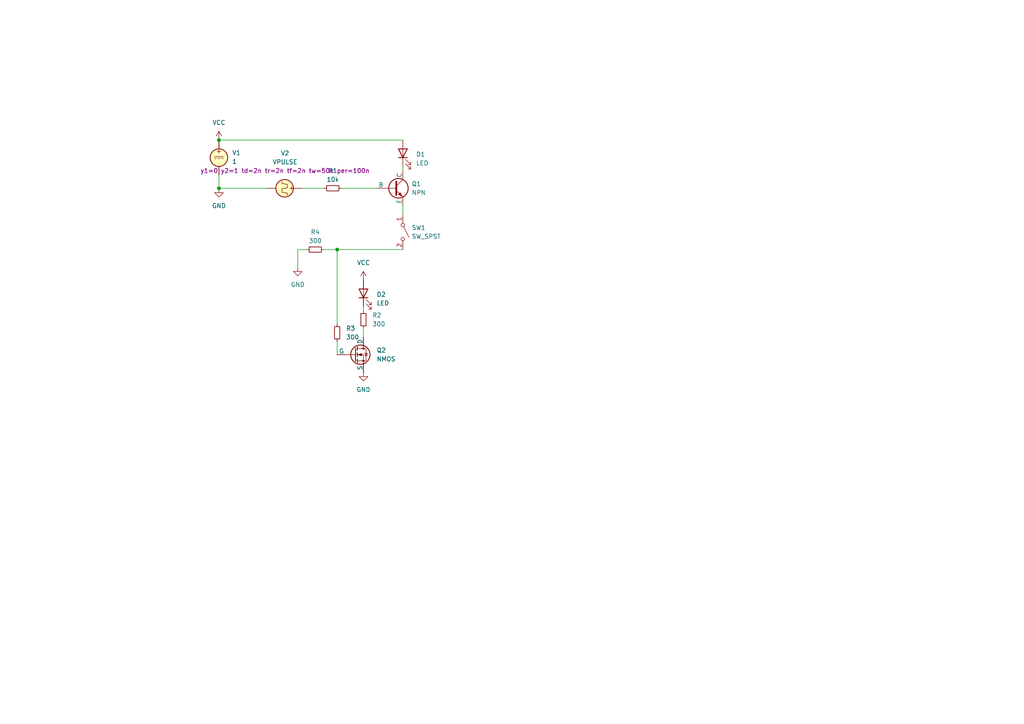
<source format=kicad_sch>
(kicad_sch (version 20231120) (generator "eeschema") (generator_version "8.0")
  (paper "A4")
  (lib_symbols
    (symbol "Device:LED" (pin_numbers hide) (pin_names (offset 1.016) hide)
      (property "Reference" "D" (at 0 2.54 0))
      (property "Value" "LED" (at 0 -2.54 0))
      (symbol "LED_0_1"
        (polyline (pts (xy -1.27 -1.27) (xy -1.27 1.27)) (stroke (width 0.254)))
        (polyline (pts (xy -1.27 0) (xy 1.27 0)))
        (polyline (pts (xy 1.27 -1.27) (xy 1.27 1.27) (xy -1.27 0) (xy 1.27 -1.27)) (stroke (width 0.254)))
        (polyline (pts (xy -3.048 -0.762) (xy -4.572 -2.286) (xy -3.81 -2.286) (xy -4.572 -2.286) (xy -4.572 -1.524)))
        (polyline (pts (xy -1.778 -0.762) (xy -3.302 -2.286) (xy -2.54 -2.286) (xy -3.302 -2.286) (xy -3.302 -1.524)))
      )
      (symbol "LED_1_1"
        (pin passive line (at -3.81 0 0) (length 2.54) (name "K") (number "1"))
        (pin passive line (at 3.81 0 180) (length 2.54) (name "A") (number "2"))
      )
    )
    (symbol "Device:R_Small" (pin_numbers hide) (pin_names (offset 0.254) hide)
      (property "Reference" "R" (at 0.762 0.508 0))
      (property "Value" "R_Small" (at 0.762 -1.016 0))
      (symbol "R_Small_0_1"
        (rectangle (start -0.762 1.778) (end 0.762 -1.778) (stroke (width 0.2032)))
      )
      (symbol "R_Small_1_1"
        (pin passive line (at 0 2.54 270) (length 0.762) (name "~") (number "1"))
        (pin passive line (at 0 -2.54 90) (length 0.762) (name "~") (number "2"))
      )
    )
    (symbol "Simulation_SPICE:NMOS" (pin_numbers hide) (pin_names (offset 0))
      (property "Reference" "Q" (at 5.08 1.27 0))
      (property "Value" "NMOS" (at 5.08 -1.27 0))
      (symbol "NMOS_0_1"
        (polyline (pts (xy 0.254 0) (xy -2.54 0)))
        (polyline (pts (xy 0.254 1.905) (xy 0.254 -1.905)) (stroke (width 0.254)))
        (polyline (pts (xy 0.762 -1.27) (xy 0.762 -2.286)) (stroke (width 0.254)))
        (polyline (pts (xy 0.762 0.508) (xy 0.762 -0.508)) (stroke (width 0.254)))
        (polyline (pts (xy 0.762 2.286) (xy 0.762 1.27)) (stroke (width 0.254)))
        (polyline (pts (xy 2.54 2.54) (xy 2.54 1.778)))
        (polyline (pts (xy 2.54 -2.54) (xy 2.54 0) (xy 0.762 0)))
        (polyline (pts (xy 0.762 -1.778) (xy 3.302 -1.778) (xy 3.302 1.778) (xy 0.762 1.778)))
        (polyline (pts (xy 1.016 0) (xy 2.032 0.381) (xy 2.032 -0.381) (xy 1.016 0)) (fill (type outline)))
        (polyline (pts (xy 2.794 0.508) (xy 2.921 0.381) (xy 3.683 0.381) (xy 3.81 0.254)))
        (polyline (pts (xy 3.302 0.381) (xy 2.921 -0.254) (xy 3.683 -0.254) (xy 3.302 0.381)))
        (circle (center 1.651 0) (radius 2.794) (stroke (width 0.254)))
        (circle (center 2.54 -1.778) (radius 0.254) (fill (type outline)))
        (circle (center 2.54 1.778) (radius 0.254) (fill (type outline)))
      )
      (symbol "NMOS_1_1"
        (pin passive line (at 2.54 5.08 270) (length 2.54) (name "D") (number "1"))
        (pin input line (at -5.08 0 0) (length 2.54) (name "G") (number "2"))
        (pin passive line (at 2.54 -5.08 90) (length 2.54) (name "S") (number "3"))
      )
    )
    (symbol "Simulation_SPICE:NPN" (pin_numbers hide) (pin_names (offset 0))
      (property "Reference" "Q" (at -2.54 7.62 0))
      (property "Value" "NPN" (at -2.54 5.08 0))
      (symbol "NPN_0_1"
        (polyline (pts (xy -2.54 0) (xy 0.635 0)) (stroke (width 0.1524)))
        (polyline (pts (xy 0.635 0.635) (xy 2.54 2.54)))
        (polyline (pts (xy 2.794 -1.27) (xy 2.794 -1.27)) (stroke (width 0.1524)))
        (polyline (pts (xy 2.794 -1.27) (xy 2.794 -1.27)) (stroke (width 0.1524)))
        (polyline (pts (xy 0.635 -0.635) (xy 2.54 -2.54) (xy 2.54 -2.54)))
        (polyline (pts (xy 0.635 1.905) (xy 0.635 -1.905) (xy 0.635 -1.905)) (stroke (width 0.508)))
        (polyline (pts (xy 1.27 -1.778) (xy 1.778 -1.27) (xy 2.286 -2.286) (xy 1.27 -1.778) (xy 1.27 -1.778)) (fill (type outline)))
        (circle (center 1.27 0) (radius 2.8194) (stroke (width 0.254)))
      )
      (symbol "NPN_1_1"
        (pin open_collector line (at 2.54 5.08 270) (length 2.54) (name "C") (number "1"))
        (pin input line (at -5.08 0 0) (length 2.54) (name "B") (number "2"))
        (pin open_emitter line (at 2.54 -5.08 90) (length 2.54) (name "E") (number "3"))
      )
    )
    (symbol "Simulation_SPICE:VDC" (pin_numbers hide) (pin_names (offset 0.0254))
      (property "Reference" "V" (at 2.54 2.54 0))
      (property "Value" "1" (at 2.54 0 0))
      (symbol "VDC_0_0"
        (polyline (pts (xy -1.27 0.254) (xy 1.27 0.254)))
        (polyline (pts (xy -0.762 -0.254) (xy -1.27 -0.254)))
        (polyline (pts (xy 0.254 -0.254) (xy -0.254 -0.254)))
        (polyline (pts (xy 1.27 -0.254) (xy 0.762 -0.254)))
        (text "+" (at 0 1.905 0) (effects (font (size 1.27 1.27))))
      )
      (symbol "VDC_0_1"
        (circle (center 0 0) (radius 2.54) (stroke (width 0.254)) (fill (type background)))
      )
      (symbol "VDC_1_1"
        (pin passive line (at 0 5.08 270) (length 2.54) (name "~") (number "1"))
        (pin passive line (at 0 -5.08 90) (length 2.54) (name "~") (number "2"))
      )
    )
    (symbol "Simulation_SPICE:VPULSE" (pin_numbers hide) (pin_names (offset 0.0254))
      (property "Reference" "V" (at 2.54 2.54 0))
      (property "Value" "VPULSE" (at 2.54 0 0))
      (property "Sim.Params" "y1=0 y2=1 td=2n tr=2n tf=2n tw=50n per=100n" (at 2.54 -2.54 0))
      (symbol "VPULSE_0_0"
        (polyline (pts (xy -2.032 -0.762) (xy -1.397 -0.762) (xy -1.143 0.762) (xy -0.127 0.762) (xy 0.127 -0.762) (xy 1.143 -0.762) (xy 1.397 0.762) (xy 2.032 0.762)))
        (text "+" (at 0 1.905 0) (effects (font (size 1.27 1.27))))
      )
      (symbol "VPULSE_0_1"
        (circle (center 0 0) (radius 2.54) (stroke (width 0.254)) (fill (type background)))
      )
      (symbol "VPULSE_1_1"
        (pin passive line (at 0 5.08 270) (length 2.54) (name "~") (number "1"))
        (pin passive line (at 0 -5.08 90) (length 2.54) (name "~") (number "2"))
      )
    )
    (symbol "Switch:SW_SPST" (pin_names (offset 0) hide)
      (property "Reference" "SW" (at 0 3.175 0))
      (property "Value" "SW_SPST" (at 0 -2.54 0))
      (symbol "SW_SPST_0_0"
        (circle (center -2.032 0) (radius 0.508))
        (polyline (pts (xy -1.524 0.254) (xy 1.524 1.778)))
        (circle (center 2.032 0) (radius 0.508))
      )
      (symbol "SW_SPST_1_1"
        (pin passive line (at -5.08 0 0) (length 2.54) (name "A") (number "1"))
        (pin passive line (at 5.08 0 180) (length 2.54) (name "B") (number "2"))
      )
    )
    (symbol "power:GND" (power) (pin_numbers hide) (pin_names (offset 0) hide)
      (property "Value" "GND" (at 0 -3.81 0))
      (symbol "GND_0_1"
        (polyline (pts (xy 0 0) (xy 0 -1.27) (xy 1.27 -1.27) (xy 0 -2.54) (xy -1.27 -1.27) (xy 0 -1.27)))
      )
      (symbol "GND_1_1"
        (pin power_in line (at 0 0 270) (length 0) (name "~") (number "1"))
      )
    )
    (symbol "power:VCC" (power) (pin_numbers hide) (pin_names (offset 0) hide)
      (property "Value" "VCC" (at 0 3.556 0))
      (symbol "VCC_0_1"
        (polyline (pts (xy -0.762 1.27) (xy 0 2.54)))
        (polyline (pts (xy 0 0) (xy 0 2.54)))
        (polyline (pts (xy 0 2.54) (xy 0.762 1.27)))
      )
      (symbol "VCC_1_1"
        (pin power_in line (at 0 0 90) (length 0) (name "~") (number "1"))
      )
    )
  )
  (junction (at 97.79 72.39))
  (junction (at 63.5 54.61))
  (junction (at 63.5 40.64))
  (wire (pts (xy 87.63 54.61) (xy 93.98 54.61)))
  (wire (pts (xy 93.98 72.39) (xy 97.79 72.39)))
  (wire (pts (xy 77.47 54.61) (xy 63.5 54.61)))
  (wire (pts (xy 99.06 54.61) (xy 109.22 54.61)))
  (wire (pts (xy 63.5 40.64) (xy 116.84 40.64)))
  (wire (pts (xy 116.84 72.39) (xy 97.79 72.39)))
  (wire (pts (xy 105.41 95.25) (xy 105.41 97.79)))
  (wire (pts (xy 116.84 59.69) (xy 116.84 62.23)))
  (wire (pts (xy 86.36 72.39) (xy 88.9 72.39)))
  (wire (pts (xy 97.79 99.06) (xy 97.79 102.87)))
  (wire (pts (xy 105.41 88.9) (xy 105.41 90.17)))
  (wire (pts (xy 63.5 50.8) (xy 63.5 54.61)))
  (wire (pts (xy 86.36 77.47) (xy 86.36 72.39)))
  (wire (pts (xy 116.84 48.26) (xy 116.84 49.53)))
  (wire (pts (xy 97.79 72.39) (xy 97.79 93.98)))
  (symbol (lib_id "Device:R_Small") (at 97.79 96.52 180) (unit 1)
    (property "Reference" "R3" (at 100.33 95.2499 0) (effects (justify right)))
    (property "Value" "300" (at 100.33 97.7899 0) (effects (justify right)))
    (property "Description" "Resistor, small symbol" (effects (hide yes)))
  )
  (symbol (lib_id "Simulation_SPICE:NMOS") (at 102.87 102.87 0) (unit 1)
    (property "Reference" "Q2" (at 109.22 101.5999 0) (effects (justify left)))
    (property "Value" "NMOS" (at 109.22 104.1399 0) (effects (justify left)))
    (property "Datasheet" "https://ngspice.sourceforge.io/docs/ngspice-html-manual/manual.xhtml#cha_MOSFETs" (effects (hide yes)))
    (property "Description" "N-MOSFET transistor, drain/source/gate" (effects (hide yes)))
    (property "Sim.Device" "NMOS" (effects (hide yes)))
    (property "Sim.Type" "VDMOS" (effects (hide yes)))
    (property "Sim.Pins" "1=D 2=G 3=S" (effects (hide yes)))
  )
  (symbol (lib_id "Device:R_Small") (at 91.44 72.39 270) (unit 1)
    (property "Reference" "R4" (at 91.44 67.31 90))
    (property "Value" "300" (at 91.44 69.85 90))
    (property "Description" "Resistor, small symbol" (effects (hide yes)))
  )
  (symbol (lib_id "Device:LED") (at 116.84 44.45 90) (unit 1)
    (property "Reference" "D1" (at 120.65 44.7674 90) (effects (justify right)))
    (property "Value" "LED" (at 120.65 47.3074 90) (effects (justify right)))
    (property "Description" "Light emitting diode" (effects (hide yes)))
  )
  (symbol (lib_id "Switch:SW_SPST") (at 116.84 67.31 270) (unit 1)
    (property "Reference" "SW1" (at 119.38 66.0399 90) (effects (justify left)))
    (property "Value" "SW_SPST" (at 119.38 68.5799 90) (effects (justify left)))
    (property "Description" "Single Pole Single Throw (SPST) switch" (effects (hide yes)))
    (property "Sim.Device" "SW" (effects (hide yes)))
    (property "Sim.Type" "V" (effects (hide yes)))
    (property "Sim.Pins" "1=ctrl+ 2=ctrl-" (effects (hide yes)))
  )
  (symbol (lib_id "power:GND") (at 86.36 77.47 0) (unit 1)
    (property "Reference" "#PWR05" (effects (hide yes)))
    (property "Value" "GND" (at 86.36 82.55 0))
    (property "Description" "Power symbol creates a global label with name \"GND\" , ground" (effects (hide yes)))
  )
  (symbol (lib_id "Device:LED") (at 105.41 85.09 90) (unit 1)
    (property "Reference" "D2" (at 109.22 85.4074 90) (effects (justify right)))
    (property "Value" "LED" (at 109.22 87.9474 90) (effects (justify right)))
    (property "Description" "Light emitting diode" (effects (hide yes)))
  )
  (symbol (lib_id "Device:R_Small") (at 105.41 92.71 180) (unit 1)
    (property "Reference" "R2" (at 107.95 91.4399 0) (effects (justify right)))
    (property "Value" "300" (at 107.95 93.9799 0) (effects (justify right)))
    (property "Description" "Resistor, small symbol" (effects (hide yes)))
  )
  (symbol (lib_id "power:GND") (at 105.41 107.95 0) (unit 1)
    (property "Reference" "#PWR04" (effects (hide yes)))
    (property "Value" "GND" (at 105.41 113.03 0))
    (property "Description" "Power symbol creates a global label with name \"GND\" , ground" (effects (hide yes)))
  )
  (symbol (lib_id "Simulation_SPICE:VDC") (at 63.5 45.72 0) (unit 1)
    (property "Reference" "V1" (at 67.31 44.3201 0) (effects (justify left)))
    (property "Value" "1" (at 67.31 46.8601 0) (effects (justify left)))
    (property "Datasheet" "https://ngspice.sourceforge.io/docs/ngspice-html-manual/manual.xhtml#sec_Independent_Sources_for" (effects (hide yes)))
    (property "Description" "Voltage source, DC" (effects (hide yes)))
    (property "Sim.Pins" "1=+ 2=-" (effects (hide yes)))
    (property "Sim.Type" "DC" (effects (hide yes)))
    (property "Sim.Device" "V" (effects (hide yes)))
  )
  (symbol (lib_id "Simulation_SPICE:NPN") (at 114.3 54.61 0) (unit 1)
    (property "Reference" "Q1" (at 119.38 53.3399 0) (effects (justify left)))
    (property "Value" "NPN" (at 119.38 55.8799 0) (effects (justify left)))
    (property "Datasheet" "https://ngspice.sourceforge.io/docs/ngspice-html-manual/manual.xhtml#cha_BJTs" (effects (hide yes)))
    (property "Description" "Bipolar transistor symbol for simulation only, substrate tied to the emitter" (effects (hide yes)))
    (property "Sim.Device" "NPN" (effects (hide yes)))
    (property "Sim.Type" "GUMMELPOON" (effects (hide yes)))
    (property "Sim.Pins" "1=C 2=B 3=E" (effects (hide yes)))
  )
  (symbol (lib_id "power:VCC") (at 63.5 40.64 0) (unit 1)
    (property "Reference" "#PWR02" (effects (hide yes)))
    (property "Value" "VCC" (at 63.5 35.56 0))
    (property "Description" "Power symbol creates a global label with name \"VCC\"" (effects (hide yes)))
  )
  (symbol (lib_id "power:VCC") (at 105.41 81.28 0) (unit 1)
    (property "Reference" "#PWR03" (effects (hide yes)))
    (property "Value" "VCC" (at 105.41 76.2 0))
    (property "Description" "Power symbol creates a global label with name \"VCC\"" (effects (hide yes)))
  )
  (symbol (lib_id "Simulation_SPICE:VPULSE") (at 82.55 54.61 270) (unit 1)
    (property "Reference" "V2" (at 82.6798 44.45 90))
    (property "Value" "VPULSE" (at 82.6798 46.99 90))
    (property "Datasheet" "https://ngspice.sourceforge.io/docs/ngspice-html-manual/manual.xhtml#sec_Independent_Sources_for" (effects (hide yes)))
    (property "Description" "Voltage source, pulse" (effects (hide yes)))
    (property "Sim.Pins" "1=+ 2=-" (effects (hide yes)))
    (property "Sim.Type" "PULSE" (effects (hide yes)))
    (property "Sim.Device" "V" (effects (hide yes)))
    (property "Sim.Params" "y1=0 y2=1 td=2n tr=2n tf=2n tw=50n per=100n" (at 82.6798 49.53 90))
  )
  (symbol (lib_id "power:GND") (at 63.5 54.61 0) (unit 1)
    (property "Reference" "#PWR01" (effects (hide yes)))
    (property "Value" "GND" (at 63.5 59.69 0))
    (property "Description" "Power symbol creates a global label with name \"GND\" , ground" (effects (hide yes)))
  )
  (symbol (lib_id "Device:R_Small") (at 96.52 54.61 90) (unit 1)
    (property "Reference" "R1" (at 96.52 49.53 90))
    (property "Value" "10k" (at 96.52 52.07 90))
    (property "Description" "Resistor, small symbol" (effects (hide yes)))
  )
)
</source>
